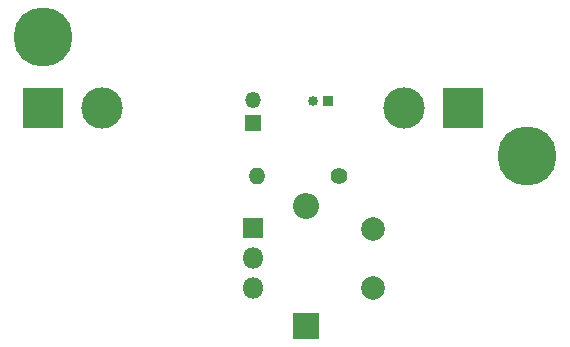
<source format=gts>
G04 #@! TF.FileFunction,Soldermask,Top*
%FSLAX46Y46*%
G04 Gerber Fmt 4.6, Leading zero omitted, Abs format (unit mm)*
G04 Created by KiCad (PCBNEW 4.0.7) date 08/24/19 09:27:58*
%MOMM*%
%LPD*%
G01*
G04 APERTURE LIST*
%ADD10C,0.100000*%
%ADD11C,5.000000*%
%ADD12C,2.000000*%
%ADD13R,1.800000X1.800000*%
%ADD14O,1.800000X1.800000*%
%ADD15R,3.500000X3.500000*%
%ADD16C,3.500000*%
%ADD17R,0.850000X0.850000*%
%ADD18C,0.850000*%
%ADD19R,2.200000X2.200000*%
%ADD20O,2.200000X2.200000*%
%ADD21C,1.400000*%
%ADD22O,1.400000X1.400000*%
%ADD23R,1.350000X1.350000*%
%ADD24O,1.350000X1.350000*%
G04 APERTURE END LIST*
D10*
D11*
X167998000Y-90365000D03*
X126998000Y-80365000D03*
D12*
X154940000Y-101560000D03*
X154940000Y-96560000D03*
D13*
X144780000Y-96520000D03*
D14*
X144780000Y-99060000D03*
X144780000Y-101600000D03*
D15*
X127000000Y-86360000D03*
D16*
X132000000Y-86360000D03*
D17*
X151130000Y-85725000D03*
D18*
X149880000Y-85725000D03*
D19*
X149225000Y-104775000D03*
D20*
X149225000Y-94615000D03*
D21*
X152090000Y-92075000D03*
D22*
X145090000Y-92075000D03*
D23*
X144780000Y-87630000D03*
D24*
X144780000Y-85630000D03*
D15*
X162560000Y-86360000D03*
D16*
X157560000Y-86360000D03*
M02*

</source>
